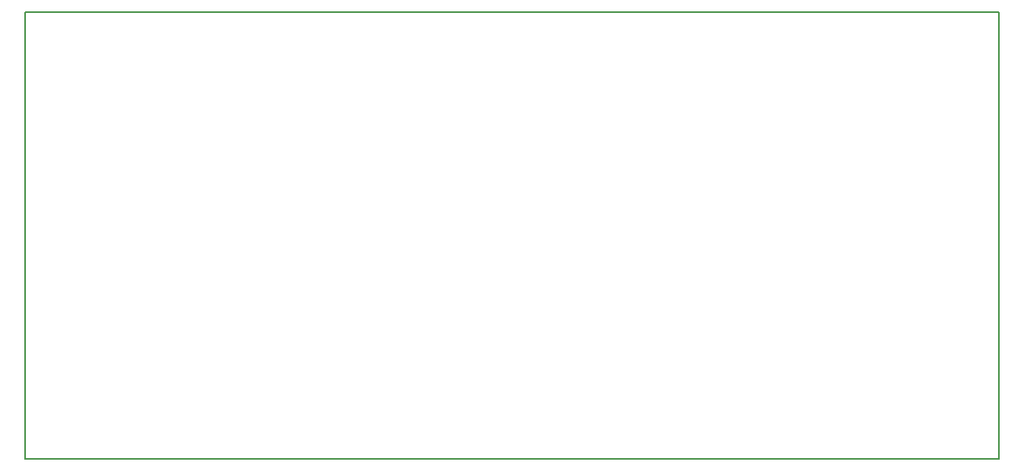
<source format=gbr>
G04 #@! TF.GenerationSoftware,KiCad,Pcbnew,(5.1.2)-1*
G04 #@! TF.CreationDate,2019-06-04T17:54:49-04:00*
G04 #@! TF.ProjectId,fmcw3,666d6377-332e-46b6-9963-61645f706362,rev?*
G04 #@! TF.SameCoordinates,Original*
G04 #@! TF.FileFunction,Profile,NP*
%FSLAX46Y46*%
G04 Gerber Fmt 4.6, Leading zero omitted, Abs format (unit mm)*
G04 Created by KiCad (PCBNEW (5.1.2)-1) date 2019-06-04 17:54:49*
%MOMM*%
%LPD*%
G04 APERTURE LIST*
%ADD10C,0.200000*%
G04 APERTURE END LIST*
D10*
X120700000Y-124350000D02*
X120700000Y-77500000D01*
X222500000Y-124350000D02*
X120700000Y-124350000D01*
X222500000Y-77500000D02*
X222500000Y-124350000D01*
X120700000Y-77500000D02*
X222500000Y-77500000D01*
M02*

</source>
